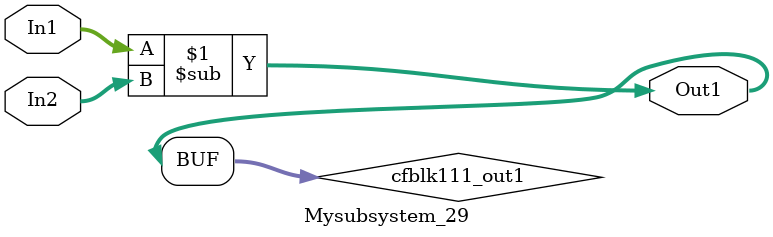
<source format=v>



`timescale 1 ns / 1 ns

module Mysubsystem_29
          (In1,
           In2,
           Out1);


  input   [7:0] In1;  // uint8
  input   [7:0] In2;  // uint8
  output  [7:0] Out1;  // uint8


  wire [7:0] cfblk111_out1;  // uint8


  assign cfblk111_out1 = In1 - In2;



  assign Out1 = cfblk111_out1;

endmodule  // Mysubsystem_29


</source>
